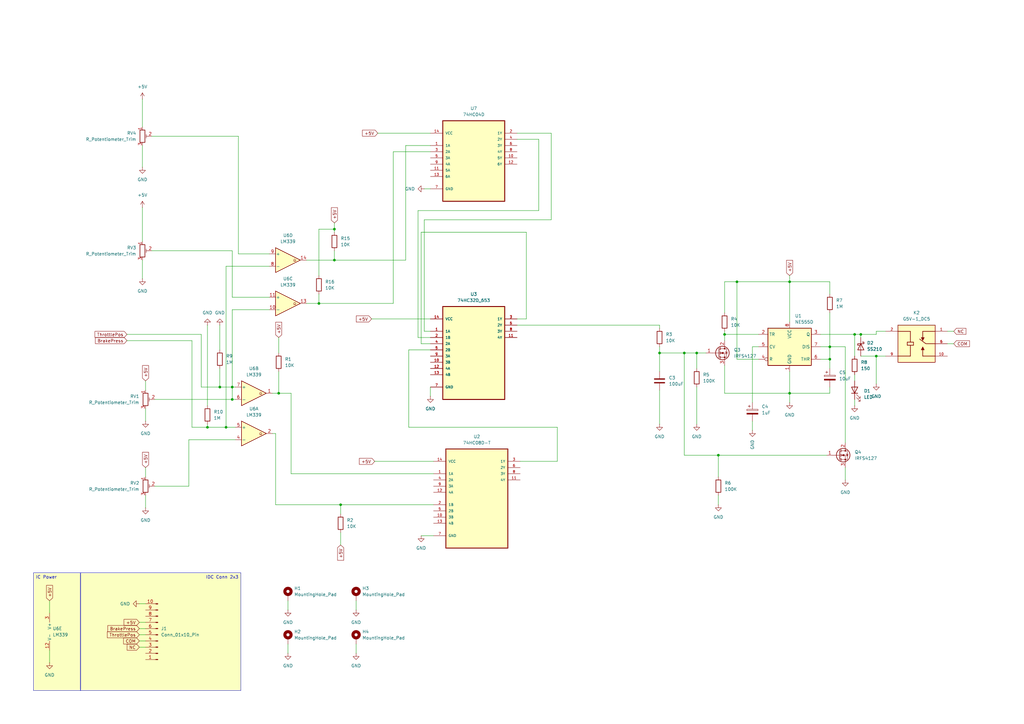
<source format=kicad_sch>
(kicad_sch (version 20231120) (generator "eeschema") (generator_version "8.0")
  (paper "A3")
  (title_block (title "BSPD Bimasakti Racing Team BM-13 Hybrid Evo") (date "2025-01-08") (company "Bimasakti Racing Team"))
  (lib_symbols
    (symbol "74HC04D:74HC04D" (pin_names (offset 1.016))
      (property "Reference" "U" (at -5.4472 15.2217 0))
      (property "Value" "74HC04D" (at -4.5244 -24.9604 0))
      (symbol "74HC04D_0_0"
        (rectangle (start -12.7 -20.32) (end 12.7 12.7) (stroke (width 0.4064)) (fill (type background)))
        (pin input line (at -17.78 2.54 0) (length 5.08) (name "1A") (number "1"))
        (pin output line (at 17.78 -2.54 180) (length 5.08) (name "5Y") (number "10"))
        (pin input line (at -17.78 -7.62 0) (length 5.08) (name "5A") (number "11"))
        (pin output line (at 17.78 -5.08 180) (length 5.08) (name "6Y") (number "12"))
        (pin input line (at -17.78 -10.16 0) (length 5.08) (name "6A") (number "13"))
        (pin power_in line (at -17.78 7.62 0) (length 5.08) (name "VCC") (number "14"))
        (pin output line (at 17.78 7.62 180) (length 5.08) (name "1Y") (number "2"))
        (pin input line (at -17.78 0 0) (length 5.08) (name "2A") (number "3"))
        (pin output line (at 17.78 5.08 180) (length 5.08) (name "2Y") (number "4"))
        (pin input line (at -17.78 -2.54 0) (length 5.08) (name "3A") (number "5"))
        (pin output line (at 17.78 2.54 180) (length 5.08) (name "3Y") (number "6"))
        (pin passive line (at -17.78 -15.24 0) (length 5.08) (name "GND") (number "7"))
        (pin output line (at 17.78 0 180) (length 5.08) (name "4Y") (number "8"))
        (pin input line (at -17.78 -5.08 0) (length 5.08) (name "4A") (number "9"))
      )
    )
    (symbol "74HC08D-T:74HC08D-T" (pin_names (offset 1.016))
      (property "Reference" "U" (at -5.364 20.5915 0))
      (property "Value" "74HC08D-T" (at -4.3726 -27.659 0))
      (symbol "74HC08D-T_0_0"
        (rectangle (start -12.7 -22.86) (end 12.7 17.78) (stroke (width 0.4064)) (fill (type background)))
        (pin input line (at -17.78 7.62 0) (length 5.08) (name "1A") (number "1"))
        (pin input line (at -17.78 -10.16 0) (length 5.08) (name "3B") (number "10"))
        (pin output line (at 17.78 5.08 180) (length 5.08) (name "4Y") (number "11"))
        (pin input line (at -17.78 0 0) (length 5.08) (name "4A") (number "12"))
        (pin input line (at -17.78 -12.7 0) (length 5.08) (name "4B") (number "13"))
        (pin power_in line (at -17.78 12.7 0) (length 5.08) (name "VCC") (number "14"))
        (pin input line (at -17.78 -5.08 0) (length 5.08) (name "1B") (number "2"))
        (pin output line (at 17.78 12.7 180) (length 5.08) (name "1Y") (number "3"))
        (pin input line (at -17.78 5.08 0) (length 5.08) (name "2A") (number "4"))
        (pin input line (at -17.78 -7.62 0) (length 5.08) (name "2B") (number "5"))
        (pin output line (at 17.78 10.16 180) (length 5.08) (name "2Y") (number "6"))
        (pin passive line (at -17.78 -17.78 0) (length 5.08) (name "GND") (number "7"))
        (pin output line (at 17.78 7.62 180) (length 5.08) (name "3Y") (number "8"))
        (pin input line (at -17.78 2.54 0) (length 5.08) (name "3A") (number "9"))
      )
    )
    (symbol "74HC32D_653:74HC32D_653" (pin_names (offset 1.016))
      (property "Reference" "U" (at -5.4643 17.7909 0))
      (property "Value" "74HC32D_653" (at -4.903 -27.0806 0))
      (symbol "74HC32D_653_0_0"
        (rectangle (start -12.7 -22.86) (end 12.7 15.24) (stroke (width 0.4064)) (fill (type background)))
        (pin input line (at -17.78 5.08 0) (length 5.08) (name "1A") (number "1"))
        (pin input line (at -17.78 -7.62 0) (length 5.08) (name "3B") (number "10"))
        (pin output line (at 17.78 2.54 180) (length 5.08) (name "4Y") (number "11"))
        (pin input line (at -17.78 -10.16 0) (length 5.08) (name "4A") (number "12"))
        (pin input line (at -17.78 -12.7 0) (length 5.08) (name "4B") (number "13"))
        (pin power_in line (at -17.78 10.16 0) (length 5.08) (name "VCC") (number "14"))
        (pin input line (at -17.78 2.54 0) (length 5.08) (name "1B") (number "2"))
        (pin output line (at 17.78 10.16 180) (length 5.08) (name "1Y") (number "3"))
        (pin input line (at -17.78 0 0) (length 5.08) (name "2A") (number "4"))
        (pin input line (at -17.78 -2.54 0) (length 5.08) (name "2B") (number "5"))
        (pin output line (at 17.78 7.62 180) (length 5.08) (name "2Y") (number "6"))
        (pin passive line (at -17.78 -17.78 0) (length 5.08) (name "GND") (number "7"))
        (pin output line (at 17.78 5.08 180) (length 5.08) (name "3Y") (number "8"))
        (pin input line (at -17.78 -5.08 0) (length 5.08) (name "3A") (number "9"))
      )
    )
    (symbol "Comparator:LM339" (pin_names (offset 0.127))
      (property "Reference" "U" (at 0 5.08 0))
      (property "Value" "LM339" (at 0 -5.08 0))
      (symbol "LM339_1_1"
        (polyline (pts (xy -5.08 5.08) (xy 5.08 0) (xy -5.08 -5.08) (xy -5.08 5.08)) (stroke (width 0.254)) (fill (type background)))
        (polyline (pts (xy 3.302 -0.508) (xy 2.794 -0.508) (xy 3.302 0) (xy 2.794 0.508) (xy 2.286 0) (xy 2.794 -0.508) (xy 2.286 -0.508)) (stroke (width 0.127)))
        (pin open_collector line (at 7.62 0 180) (length 2.54) (name "~") (number "2"))
        (pin input line (at -7.62 -2.54 0) (length 2.54) (name "-") (number "4"))
        (pin input line (at -7.62 2.54 0) (length 2.54) (name "+") (number "5"))
      )
      (symbol "LM339_2_1"
        (polyline (pts (xy -5.08 5.08) (xy 5.08 0) (xy -5.08 -5.08) (xy -5.08 5.08)) (stroke (width 0.254)) (fill (type background)))
        (polyline (pts (xy 3.302 -0.508) (xy 2.794 -0.508) (xy 3.302 0) (xy 2.794 0.508) (xy 2.286 0) (xy 2.794 -0.508) (xy 2.286 -0.508)) (stroke (width 0.127)))
        (pin open_collector line (at 7.62 0 180) (length 2.54) (name "~") (number "1"))
        (pin input line (at -7.62 -2.54 0) (length 2.54) (name "-") (number "6"))
        (pin input line (at -7.62 2.54 0) (length 2.54) (name "+") (number "7"))
      )
      (symbol "LM339_3_1"
        (polyline (pts (xy -5.08 5.08) (xy 5.08 0) (xy -5.08 -5.08) (xy -5.08 5.08)) (stroke (width 0.254)) (fill (type background)))
        (polyline (pts (xy 3.302 -0.508) (xy 2.794 -0.508) (xy 3.302 0) (xy 2.794 0.508) (xy 2.286 0) (xy 2.794 -0.508) (xy 2.286 -0.508)) (stroke (width 0.127)))
        (pin input line (at -7.62 -2.54 0) (length 2.54) (name "-") (number "10"))
        (pin input line (at -7.62 2.54 0) (length 2.54) (name "+") (number "11"))
        (pin open_collector line (at 7.62 0 180) (length 2.54) (name "~") (number "13"))
      )
      (symbol "LM339_4_1"
        (polyline (pts (xy -5.08 5.08) (xy 5.08 0) (xy -5.08 -5.08) (xy -5.08 5.08)) (stroke (width 0.254)) (fill (type background)))
        (polyline (pts (xy 3.302 -0.508) (xy 2.794 -0.508) (xy 3.302 0) (xy 2.794 0.508) (xy 2.286 0) (xy 2.794 -0.508) (xy 2.286 -0.508)) (stroke (width 0.127)))
        (pin open_collector line (at 7.62 0 180) (length 2.54) (name "~") (number "14"))
        (pin input line (at -7.62 -2.54 0) (length 2.54) (name "-") (number "8"))
        (pin input line (at -7.62 2.54 0) (length 2.54) (name "+") (number "9"))
      )
      (symbol "LM339_5_1"
        (pin power_in line (at -2.54 -7.62 90) (length 3.81) (name "V-") (number "12"))
        (pin power_in line (at -2.54 7.62 270) (length 3.81) (name "V+") (number "3"))
      )
    )
    (symbol "Connector:Conn_01x10_Pin" (pin_names (offset 1.016) hide)
      (property "Reference" "J" (at 0 12.7 0))
      (property "Value" "Conn_01x10_Pin" (at 0 -15.24 0))
      (symbol "Conn_01x10_Pin_1_1"
        (polyline (pts (xy 1.27 -12.7) (xy 0.8636 -12.7)) (stroke (width 0.1524)))
        (polyline (pts (xy 1.27 -10.16) (xy 0.8636 -10.16)) (stroke (width 0.1524)))
        (polyline (pts (xy 1.27 -7.62) (xy 0.8636 -7.62)) (stroke (width 0.1524)))
        (polyline (pts (xy 1.27 -5.08) (xy 0.8636 -5.08)) (stroke (width 0.1524)))
        (polyline (pts (xy 1.27 -2.54) (xy 0.8636 -2.54)) (stroke (width 0.1524)))
        (polyline (pts (xy 1.27 0) (xy 0.8636 0)) (stroke (width 0.1524)))
        (polyline (pts (xy 1.27 2.54) (xy 0.8636 2.54)) (stroke (width 0.1524)))
        (polyline (pts (xy 1.27 5.08) (xy 0.8636 5.08)) (stroke (width 0.1524)))
        (polyline (pts (xy 1.27 7.62) (xy 0.8636 7.62)) (stroke (width 0.1524)))
        (polyline (pts (xy 1.27 10.16) (xy 0.8636 10.16)) (stroke (width 0.1524)))
        (rectangle (start 0.8636 -12.573) (end 0 -12.827) (stroke (width 0.1524)) (fill (type outline)))
        (rectangle (start 0.8636 -10.033) (end 0 -10.287) (stroke (width 0.1524)) (fill (type outline)))
        (rectangle (start 0.8636 -7.493) (end 0 -7.747) (stroke (width 0.1524)) (fill (type outline)))
        (rectangle (start 0.8636 -4.953) (end 0 -5.207) (stroke (width 0.1524)) (fill (type outline)))
        (rectangle (start 0.8636 -2.413) (end 0 -2.667) (stroke (width 0.1524)) (fill (type outline)))
        (rectangle (start 0.8636 0.127) (end 0 -0.127) (stroke (width 0.1524)) (fill (type outline)))
        (rectangle (start 0.8636 2.667) (end 0 2.413) (stroke (width 0.1524)) (fill (type outline)))
        (rectangle (start 0.8636 5.207) (end 0 4.953) (stroke (width 0.1524)) (fill (type outline)))
        (rectangle (start 0.8636 7.747) (end 0 7.493) (stroke (width 0.1524)) (fill (type outline)))
        (rectangle (start 0.8636 10.287) (end 0 10.033) (stroke (width 0.1524)) (fill (type outline)))
        (pin passive line (at 5.08 10.16 180) (length 3.81) (name "Pin_1") (number "1"))
        (pin passive line (at 5.08 -12.7 180) (length 3.81) (name "Pin_10") (number "10"))
        (pin passive line (at 5.08 7.62 180) (length 3.81) (name "Pin_2") (number "2"))
        (pin passive line (at 5.08 5.08 180) (length 3.81) (name "Pin_3") (number "3"))
        (pin passive line (at 5.08 2.54 180) (length 3.81) (name "Pin_4") (number "4"))
        (pin passive line (at 5.08 0 180) (length 3.81) (name "Pin_5") (number "5"))
        (pin passive line (at 5.08 -2.54 180) (length 3.81) (name "Pin_6") (number "6"))
        (pin passive line (at 5.08 -5.08 180) (length 3.81) (name "Pin_7") (number "7"))
        (pin passive line (at 5.08 -7.62 180) (length 3.81) (name "Pin_8") (number "8"))
        (pin passive line (at 5.08 -10.16 180) (length 3.81) (name "Pin_9") (number "9"))
      )
    )
    (symbol "Device:C" (pin_numbers hide) (pin_names (offset 0.254))
      (property "Reference" "C" (at 0.635 2.54 0))
      (property "Value" "C" (at 0.635 -2.54 0))
      (symbol "C_0_1"
        (polyline (pts (xy -2.032 -0.762) (xy 2.032 -0.762)) (stroke (width 0.508)))
        (polyline (pts (xy -2.032 0.762) (xy 2.032 0.762)) (stroke (width 0.508)))
      )
      (symbol "C_1_1"
        (pin passive line (at 0 3.81 270) (length 2.794) (name "~") (number "1"))
        (pin passive line (at 0 -3.81 90) (length 2.794) (name "~") (number "2"))
      )
    )
    (symbol "Device:C_Polarized" (pin_numbers hide) (pin_names (offset 0.254))
      (property "Reference" "C" (at 0.635 2.54 0))
      (property "Value" "C_Polarized" (at 0.635 -2.54 0))
      (symbol "C_Polarized_0_1"
        (rectangle (start -2.286 0.508) (end 2.286 1.016))
        (polyline (pts (xy -1.778 2.286) (xy -0.762 2.286)))
        (polyline (pts (xy -1.27 2.794) (xy -1.27 1.778)))
        (rectangle (start 2.286 -0.508) (end -2.286 -1.016) (fill (type outline)))
      )
      (symbol "C_Polarized_1_1"
        (pin passive line (at 0 3.81 270) (length 2.794) (name "~") (number "1"))
        (pin passive line (at 0 -3.81 90) (length 2.794) (name "~") (number "2"))
      )
    )
    (symbol "Device:LED" (pin_numbers hide) (pin_names (offset 1.016) hide)
      (property "Reference" "D" (at 0 2.54 0))
      (property "Value" "LED" (at 0 -2.54 0))
      (symbol "LED_0_1"
        (polyline (pts (xy -1.27 -1.27) (xy -1.27 1.27)) (stroke (width 0.254)))
        (polyline (pts (xy -1.27 0) (xy 1.27 0)))
        (polyline (pts (xy 1.27 -1.27) (xy 1.27 1.27) (xy -1.27 0) (xy 1.27 -1.27)) (stroke (width 0.254)))
        (polyline (pts (xy -3.048 -0.762) (xy -4.572 -2.286) (xy -3.81 -2.286) (xy -4.572 -2.286) (xy -4.572 -1.524)))
        (polyline (pts (xy -1.778 -0.762) (xy -3.302 -2.286) (xy -2.54 -2.286) (xy -3.302 -2.286) (xy -3.302 -1.524)))
      )
      (symbol "LED_1_1"
        (pin passive line (at -3.81 0 0) (length 2.54) (name "K") (number "1"))
        (pin passive line (at 3.81 0 180) (length 2.54) (name "A") (number "2"))
      )
    )
    (symbol "Device:R" (pin_numbers hide) (pin_names (offset 0))
      (property "Reference" "R" (at 2.032 0 90))
      (property "Value" "R" (at 0 0 90))
      (symbol "R_0_1"
        (rectangle (start -1.016 -2.54) (end 1.016 2.54) (stroke (width 0.254)))
      )
      (symbol "R_1_1"
        (pin passive line (at 0 3.81 270) (length 1.27) (name "~") (number "1"))
        (pin passive line (at 0 -3.81 90) (length 1.27) (name "~") (number "2"))
      )
    )
    (symbol "Device:R_Potentiometer_Trim" (pin_names (offset 1.016) hide)
      (property "Reference" "RV" (at -4.445 0 90))
      (property "Value" "R_Potentiometer_Trim" (at -2.54 0 90))
      (symbol "R_Potentiometer_Trim_0_1"
        (polyline (pts (xy 1.524 0.762) (xy 1.524 -0.762)))
        (polyline (pts (xy 2.54 0) (xy 1.524 0)))
        (rectangle (start 1.016 2.54) (end -1.016 -2.54) (stroke (width 0.254)))
      )
      (symbol "R_Potentiometer_Trim_1_1"
        (pin passive line (at 0 3.81 270) (length 1.27) (name "1") (number "1"))
        (pin passive line (at 3.81 0 180) (length 1.27) (name "2") (number "2"))
        (pin passive line (at 0 -3.81 90) (length 1.27) (name "3") (number "3"))
      )
    )
    (symbol "Diode:SS210" (pin_numbers hide) (pin_names (offset 1.016) hide)
      (property "Reference" "D" (at 0 2.54 0))
      (property "Value" "SS210" (at 0 -2.54 0))
      (symbol "SS210_0_1"
        (polyline (pts (xy 1.27 0) (xy -1.27 0)))
        (polyline (pts (xy 1.27 1.27) (xy 1.27 -1.27) (xy -1.27 0) (xy 1.27 1.27)) (stroke (width 0.254)))
        (polyline (pts (xy -1.905 0.635) (xy -1.905 1.27) (xy -1.27 1.27) (xy -1.27 -1.27) (xy -0.635 -1.27) (xy -0.635 -0.635)) (stroke (width 0.254)))
      )
      (symbol "SS210_1_1"
        (pin passive line (at -3.81 0 0) (length 2.54) (name "K") (number "1"))
        (pin passive line (at 3.81 0 180) (length 2.54) (name "A") (number "2"))
      )
    )
    (symbol "G5V-1_DC5:G5V-1_DC5" (pin_names (offset 1.016))
      (property "Reference" "K" (at -7.62 8.382 0))
      (property "Value" "G5V-1_DC5" (at -7.62 -10.16 0))
      (symbol "G5V-1_DC5_0_0"
        (rectangle (start -7.62 -7.62) (end 7.62 7.62) (stroke (width 0.254)) (fill (type background)))
        (polyline (pts (xy -7.62 -5.08) (xy -2.54 -5.08)) (stroke (width 0.254)))
        (polyline (pts (xy -7.62 5.08) (xy -2.54 5.08)) (stroke (width 0.254)))
        (polyline (pts (xy -3.81 -0.635) (xy -3.81 0.635)) (stroke (width 0.254)))
        (polyline (pts (xy -3.81 0.635) (xy -2.54 0.635)) (stroke (width 0.254)))
        (polyline (pts (xy -2.54 -0.635) (xy -3.81 -0.635)) (stroke (width 0.254)))
        (polyline (pts (xy -2.54 -0.635) (xy -2.54 -5.08)) (stroke (width 0.254)))
        (polyline (pts (xy -2.54 0.635) (xy -1.27 0.635)) (stroke (width 0.254)))
        (polyline (pts (xy -2.54 5.08) (xy -2.54 0.635)) (stroke (width 0.254)))
        (polyline (pts (xy -1.27 -0.635) (xy -2.54 -0.635)) (stroke (width 0.254)))
        (polyline (pts (xy -1.27 0.635) (xy -1.27 -0.635)) (stroke (width 0.254)))
        (polyline (pts (xy 2.54 -5.08) (xy 2.54 -2.54)) (stroke (width 0.254)))
        (polyline (pts (xy 2.54 5.08) (xy 2.54 2.54)) (stroke (width 0.254)))
        (polyline (pts (xy 2.54 5.08) (xy 7.62 5.08)) (stroke (width 0.254)))
        (polyline (pts (xy 3.81 0) (xy 1.27 1.905)) (stroke (width 0.254)))
        (polyline (pts (xy 7.62 -5.08) (xy 2.54 -5.08)) (stroke (width 0.254)))
        (polyline (pts (xy 7.62 0) (xy 3.81 0)) (stroke (width 0.254)))
        (polyline (pts (xy 1.905 -2.54) (xy 3.175 -2.54) (xy 2.54 -1.27) (xy 1.905 -2.54)) (stroke (width 0.1524)) (fill (type outline)))
        (polyline (pts (xy 3.175 2.54) (xy 1.905 2.54) (xy 2.54 1.27) (xy 3.175 2.54)) (stroke (width 0.1524)) (fill (type outline)))
        (pin passive line (at 12.7 5.08 180) (length 5.08) (name "~") (number "1"))
        (pin passive line (at 12.7 -5.08 180) (length 5.08) (name "~") (number "10"))
        (pin passive line (at -12.7 5.08 0) (length 5.08) (name "~") (number "2"))
        (pin passive line (at 12.7 0 180) (length 5.08) (name "~") (number "5"))
        (pin passive line (at 12.7 0 180) (length 5.08) (name "~") (number "6"))
        (pin passive line (at -12.7 -5.08 0) (length 5.08) (name "~") (number "9"))
      )
    )
    (symbol "Mechanical:MountingHole_Pad" (pin_numbers hide) (pin_names (offset 1.016) hide) (exclude_from_sim yes) (in_bom no)
      (property "Reference" "H" (at 0 6.35 0))
      (property "Value" "MountingHole_Pad" (at 0 4.445 0))
      (symbol "MountingHole_Pad_0_1"
        (circle (center 0 1.27) (radius 1.27) (stroke (width 1.27)))
      )
      (symbol "MountingHole_Pad_1_1"
        (pin input line (at 0 -2.54 90) (length 2.54) (name "1") (number "1"))
      )
    )
    (symbol "Timer:NE555D"
      (property "Reference" "U" (at -10.16 8.89 0))
      (property "Value" "NE555D" (at 2.54 8.89 0))
      (symbol "NE555D_0_0"
        (pin power_in line (at 0 -10.16 90) (length 2.54) (name "GND") (number "1"))
        (pin power_in line (at 0 10.16 270) (length 2.54) (name "VCC") (number "8"))
      )
      (symbol "NE555D_0_1"
        (rectangle (start -8.89 -7.62) (end 8.89 7.62) (stroke (width 0.254)) (fill (type background)))
        (rectangle (start -8.89 -7.62) (end 8.89 7.62) (stroke (width 0.254)) (fill (type background)))
      )
      (symbol "NE555D_1_1"
        (pin input line (at -12.7 5.08 0) (length 3.81) (name "TR") (number "2"))
        (pin output line (at 12.7 5.08 180) (length 3.81) (name "Q") (number "3"))
        (pin input inverted (at -12.7 -5.08 0) (length 3.81) (name "R") (number "4"))
        (pin input line (at -12.7 0 0) (length 3.81) (name "CV") (number "5"))
        (pin input line (at 12.7 -5.08 180) (length 3.81) (name "THR") (number "6"))
        (pin input line (at 12.7 0 180) (length 3.81) (name "DIS") (number "7"))
      )
    )
    (symbol "Transistor_FET:IRFS4127" (pin_names hide)
      (property "Reference" "Q" (at 5.08 1.905 0))
      (property "Value" "IRFS4127" (at 5.08 0 0))
      (symbol "IRFS4127_0_1"
        (polyline (pts (xy 0.254 0) (xy -2.54 0)))
        (polyline (pts (xy 0.254 1.905) (xy 0.254 -1.905)) (stroke (width 0.254)))
        (polyline (pts (xy 0.762 -1.27) (xy 0.762 -2.286)) (stroke (width 0.254)))
        (polyline (pts (xy 0.762 0.508) (xy 0.762 -0.508)) (stroke (width 0.254)))
        (polyline (pts (xy 0.762 2.286) (xy 0.762 1.27)) (stroke (width 0.254)))
        (polyline (pts (xy 2.54 2.54) (xy 2.54 1.778)))
        (polyline (pts (xy 2.54 -2.54) (xy 2.54 0) (xy 0.762 0)))
        (polyline (pts (xy 0.762 -1.778) (xy 3.302 -1.778) (xy 3.302 1.778) (xy 0.762 1.778)))
        (polyline (pts (xy 1.016 0) (xy 2.032 0.381) (xy 2.032 -0.381) (xy 1.016 0)) (fill (type outline)))
        (polyline (pts (xy 2.794 0.508) (xy 2.921 0.381) (xy 3.683 0.381) (xy 3.81 0.254)))
        (polyline (pts (xy 3.302 0.381) (xy 2.921 -0.254) (xy 3.683 -0.254) (xy 3.302 0.381)))
        (circle (center 1.651 0) (radius 2.794) (stroke (width 0.254)))
        (circle (center 2.54 -1.778) (radius 0.254) (fill (type outline)))
        (circle (center 2.54 1.778) (radius 0.254) (fill (type outline)))
      )
      (symbol "IRFS4127_1_1"
        (pin passive line (at -5.08 0 0) (length 2.54) (name "G") (number "1"))
        (pin passive line (at 2.54 5.08 270) (length 2.54) (name "D") (number "2"))
        (pin passive line (at 2.54 -5.08 90) (length 2.54) (name "S") (number "3"))
      )
    )
    (symbol "power:+5V" (power) (pin_numbers hide) (pin_names (offset 0) hide)
      (property "Value" "+5V" (at 0 3.556 0))
      (symbol "+5V_0_1"
        (polyline (pts (xy -0.762 1.27) (xy 0 2.54)))
        (polyline (pts (xy 0 0) (xy 0 2.54)))
        (polyline (pts (xy 0 2.54) (xy 0.762 1.27)))
      )
      (symbol "+5V_1_1"
        (pin power_in line (at 0 0 90) (length 0) (name "~") (number "1"))
      )
    )
    (symbol "power:GND" (power) (pin_numbers hide) (pin_names (offset 0) hide)
      (property "Value" "GND" (at 0 -3.81 0))
      (symbol "GND_0_1"
        (polyline (pts (xy 0 0) (xy 0 -1.27) (xy 1.27 -1.27) (xy 0 -2.54) (xy -1.27 -1.27) (xy 0 -1.27)))
      )
      (symbol "GND_1_1"
        (pin power_in line (at 0 0 270) (length 0) (name "~") (number "1"))
      )
    )
  )
  (junction (at 95.25 163.83))
  (junction (at 323.85 115.57))
  (junction (at 359.41 146.05))
  (junction (at 137.16 93.98))
  (junction (at 95.25 158.75))
  (junction (at 85.09 175.26))
  (junction (at 139.7 207.01))
  (junction (at 297.18 137.16))
  (junction (at 280.67 144.78))
  (junction (at 137.16 106.68))
  (junction (at 285.75 144.78))
  (junction (at 340.36 142.24))
  (junction (at 340.36 147.32))
  (junction (at 323.85 161.29))
  (junction (at 114.3 161.29))
  (junction (at 90.17 158.75))
  (junction (at 294.64 186.69))
  (junction (at 130.81 124.46))
  (junction (at 92.71 175.26))
  (junction (at 353.06 137.16))
  (junction (at 270.51 144.78))
  (junction (at 350.52 137.16))
  (junction (at 302.26 115.57))
  (wire (pts (xy 57.15 265.43) (xy 59.69 265.43)))
  (wire (pts (xy 58.42 85.09) (xy 58.42 99.06)))
  (wire (pts (xy 270.51 160.02) (xy 270.51 173.99)))
  (wire (pts (xy 280.67 144.78) (xy 280.67 186.69)))
  (wire (pts (xy 95.25 163.83) (xy 96.52 163.83)))
  (wire (pts (xy 294.64 195.58) (xy 294.64 186.69)))
  (wire (pts (xy 130.81 124.46) (xy 161.29 124.46)))
  (wire (pts (xy 285.75 144.78) (xy 289.56 144.78)))
  (wire (pts (xy 297.18 115.57) (xy 302.26 115.57)))
  (wire (pts (xy 212.09 130.81) (xy 215.9 130.81)))
  (wire (pts (xy 228.6 175.26) (xy 167.64 175.26)))
  (wire (pts (xy 139.7 207.01) (xy 177.8 207.01)))
  (wire (pts (xy 311.15 142.24) (xy 308.61 142.24)))
  (wire (pts (xy 85.09 133.35) (xy 85.09 166.37)))
  (wire (pts (xy 58.42 106.68) (xy 58.42 114.3)))
  (wire (pts (xy 346.71 191.77) (xy 346.71 196.85)))
  (wire (pts (xy 146.05 246.38) (xy 146.05 250.19)))
  (wire (pts (xy 58.42 40.64) (xy 58.42 52.07)))
  (wire (pts (xy 119.38 194.31) (xy 177.8 194.31)))
  (wire (pts (xy 215.9 130.81) (xy 215.9 95.25)))
  (wire (pts (xy 336.55 137.16) (xy 350.52 137.16)))
  (wire (pts (xy 59.69 156.21) (xy 59.69 160.02)))
  (wire (pts (xy 166.37 59.69) (xy 166.37 106.68)))
  (wire (pts (xy 294.64 186.69) (xy 339.09 186.69)))
  (wire (pts (xy 308.61 176.53) (xy 308.61 172.72)))
  (wire (pts (xy 95.25 127) (xy 95.25 158.75)))
  (wire (pts (xy 130.81 120.65) (xy 130.81 124.46)))
  (wire (pts (xy 57.15 262.89) (xy 59.69 262.89)))
  (wire (pts (xy 95.25 158.75) (xy 96.52 158.75)))
  (wire (pts (xy 177.8 219.71) (xy 172.72 219.71)))
  (wire (pts (xy 146.05 264.16) (xy 146.05 267.97)))
  (wire (pts (xy 153.67 189.23) (xy 177.8 189.23)))
  (wire (pts (xy 82.55 137.16) (xy 82.55 158.75)))
  (wire (pts (xy 77.47 180.34) (xy 96.52 180.34)))
  (wire (pts (xy 302.26 115.57) (xy 323.85 115.57)))
  (wire (pts (xy 57.15 255.27) (xy 59.69 255.27)))
  (wire (pts (xy 161.29 62.23) (xy 161.29 124.46)))
  (wire (pts (xy 85.09 175.26) (xy 92.71 175.26)))
  (wire (pts (xy 62.23 102.87) (xy 95.25 102.87)))
  (wire (pts (xy 85.09 173.99) (xy 85.09 175.26)))
  (wire (pts (xy 90.17 151.13) (xy 90.17 158.75)))
  (wire (pts (xy 137.16 93.98) (xy 130.81 93.98)))
  (wire (pts (xy 118.11 264.16) (xy 118.11 267.97)))
  (wire (pts (xy 172.72 95.25) (xy 172.72 140.97)))
  (wire (pts (xy 171.45 86.36) (xy 220.98 86.36)))
  (wire (pts (xy 308.61 142.24) (xy 308.61 165.1)))
  (wire (pts (xy 59.69 167.64) (xy 59.69 172.72)))
  (wire (pts (xy 172.72 140.97) (xy 176.53 140.97)))
  (wire (pts (xy 57.15 247.65) (xy 59.69 247.65)))
  (wire (pts (xy 78.74 175.26) (xy 85.09 175.26)))
  (wire (pts (xy 113.03 207.01) (xy 113.03 177.8)))
  (wire (pts (xy 111.76 161.29) (xy 114.3 161.29)))
  (wire (pts (xy 285.75 158.75) (xy 285.75 173.99)))
  (wire (pts (xy 340.36 147.32) (xy 340.36 151.13)))
  (wire (pts (xy 336.55 142.24) (xy 340.36 142.24)))
  (wire (pts (xy 152.4 130.81) (xy 176.53 130.81)))
  (wire (pts (xy 63.5 163.83) (xy 95.25 163.83)))
  (wire (pts (xy 118.11 246.38) (xy 118.11 250.19)))
  (wire (pts (xy 92.71 175.26) (xy 96.52 175.26)))
  (wire (pts (xy 95.25 121.92) (xy 110.49 121.92)))
  (wire (pts (xy 340.36 142.24) (xy 346.71 142.24)))
  (wire (pts (xy 111.76 177.8) (xy 113.03 177.8)))
  (wire (pts (xy 359.41 137.16) (xy 359.41 135.89)))
  (wire (pts (xy 52.07 139.7) (xy 78.74 139.7)))
  (wire (pts (xy 294.64 203.2) (xy 294.64 207.01)))
  (wire (pts (xy 280.67 144.78) (xy 285.75 144.78)))
  (wire (pts (xy 137.16 91.44) (xy 137.16 93.98)))
  (wire (pts (xy 297.18 149.86) (xy 297.18 161.29)))
  (wire (pts (xy 59.69 191.77) (xy 59.69 195.58)))
  (wire (pts (xy 213.36 189.23) (xy 228.6 189.23)))
  (wire (pts (xy 340.36 120.65) (xy 340.36 115.57)))
  (wire (pts (xy 297.18 137.16) (xy 297.18 139.7)))
  (wire (pts (xy 139.7 218.44) (xy 139.7 223.52)))
  (wire (pts (xy 161.29 62.23) (xy 176.53 62.23)))
  (wire (pts (xy 119.38 194.31) (xy 119.38 161.29)))
  (wire (pts (xy 154.94 54.61) (xy 176.53 54.61)))
  (wire (pts (xy 176.53 158.75) (xy 176.53 162.56)))
  (wire (pts (xy 173.99 77.47) (xy 176.53 77.47)))
  (wire (pts (xy 20.32 266.7) (xy 20.32 271.78)))
  (wire (pts (xy 323.85 161.29) (xy 323.85 165.1)))
  (wire (pts (xy 297.18 137.16) (xy 311.15 137.16)))
  (wire (pts (xy 297.18 161.29) (xy 323.85 161.29)))
  (wire (pts (xy 97.79 55.88) (xy 97.79 104.14)))
  (wire (pts (xy 114.3 152.4) (xy 114.3 161.29)))
  (wire (pts (xy 220.98 57.15) (xy 212.09 57.15)))
  (wire (pts (xy 353.06 137.16) (xy 353.06 138.43)))
  (wire (pts (xy 171.45 138.43) (xy 171.45 86.36)))
  (wire (pts (xy 323.85 152.4) (xy 323.85 161.29)))
  (wire (pts (xy 359.41 146.05) (xy 359.41 157.48)))
  (wire (pts (xy 167.64 175.26) (xy 167.64 143.51)))
  (wire (pts (xy 176.53 138.43) (xy 171.45 138.43)))
  (wire (pts (xy 270.51 133.35) (xy 270.51 134.62)))
  (wire (pts (xy 90.17 158.75) (xy 95.25 158.75)))
  (wire (pts (xy 226.06 54.61) (xy 226.06 90.17)))
  (wire (pts (xy 114.3 138.43) (xy 114.3 144.78)))
  (wire (pts (xy 90.17 133.35) (xy 90.17 143.51)))
  (wire (pts (xy 323.85 113.03) (xy 323.85 115.57)))
  (wire (pts (xy 346.71 142.24) (xy 346.71 181.61)))
  (wire (pts (xy 114.3 161.29) (xy 119.38 161.29)))
  (wire (pts (xy 167.64 143.51) (xy 176.53 143.51)))
  (wire (pts (xy 95.25 127) (xy 110.49 127)))
  (wire (pts (xy 388.62 140.97) (xy 391.16 140.97)))
  (wire (pts (xy 353.06 137.16) (xy 359.41 137.16)))
  (wire (pts (xy 173.99 135.89) (xy 176.53 135.89)))
  (wire (pts (xy 350.52 137.16) (xy 353.06 137.16)))
  (wire (pts (xy 137.16 102.87) (xy 137.16 106.68)))
  (wire (pts (xy 139.7 210.82) (xy 139.7 207.01)))
  (wire (pts (xy 311.15 147.32) (xy 302.26 147.32)))
  (wire (pts (xy 125.73 124.46) (xy 130.81 124.46)))
  (wire (pts (xy 285.75 144.78) (xy 285.75 151.13)))
  (wire (pts (xy 97.79 104.14) (xy 110.49 104.14)))
  (wire (pts (xy 92.71 109.22) (xy 110.49 109.22)))
  (wire (pts (xy 359.41 135.89) (xy 363.22 135.89)))
  (wire (pts (xy 226.06 90.17) (xy 173.99 90.17)))
  (wire (pts (xy 212.09 133.35) (xy 270.51 133.35)))
  (wire (pts (xy 359.41 146.05) (xy 363.22 146.05)))
  (wire (pts (xy 95.25 102.87) (xy 95.25 121.92)))
  (wire (pts (xy 52.07 137.16) (xy 82.55 137.16)))
  (wire (pts (xy 220.98 86.36) (xy 220.98 57.15)))
  (wire (pts (xy 82.55 158.75) (xy 90.17 158.75)))
  (wire (pts (xy 57.15 257.81) (xy 59.69 257.81)))
  (wire (pts (xy 166.37 59.69) (xy 176.53 59.69)))
  (wire (pts (xy 340.36 115.57) (xy 323.85 115.57)))
  (wire (pts (xy 78.74 139.7) (xy 78.74 175.26)))
  (wire (pts (xy 350.52 163.83) (xy 350.52 166.37)))
  (wire (pts (xy 215.9 95.25) (xy 172.72 95.25)))
  (wire (pts (xy 137.16 93.98) (xy 137.16 95.25)))
  (wire (pts (xy 92.71 175.26) (xy 92.71 109.22)))
  (wire (pts (xy 125.73 106.68) (xy 137.16 106.68)))
  (wire (pts (xy 270.51 144.78) (xy 270.51 152.4)))
  (wire (pts (xy 20.32 246.38) (xy 20.32 251.46)))
  (wire (pts (xy 323.85 115.57) (xy 323.85 132.08)))
  (wire (pts (xy 340.36 161.29) (xy 323.85 161.29)))
  (wire (pts (xy 297.18 128.27) (xy 297.18 115.57)))
  (wire (pts (xy 63.5 199.39) (xy 77.47 199.39)))
  (wire (pts (xy 137.16 106.68) (xy 166.37 106.68)))
  (wire (pts (xy 297.18 135.89) (xy 297.18 137.16)))
  (wire (pts (xy 270.51 144.78) (xy 280.67 144.78)))
  (wire (pts (xy 57.15 260.35) (xy 59.69 260.35)))
  (wire (pts (xy 388.62 135.89) (xy 391.16 135.89)))
  (wire (pts (xy 62.23 55.88) (xy 97.79 55.88)))
  (wire (pts (xy 280.67 186.69) (xy 294.64 186.69)))
  (wire (pts (xy 95.25 158.75) (xy 95.25 163.83)))
  (wire (pts (xy 350.52 153.67) (xy 350.52 156.21)))
  (wire (pts (xy 59.69 203.2) (xy 59.69 208.28)))
  (wire (pts (xy 340.36 147.32) (xy 336.55 147.32)))
  (wire (pts (xy 212.09 54.61) (xy 226.06 54.61)))
  (wire (pts (xy 130.81 93.98) (xy 130.81 113.03)))
  (wire (pts (xy 228.6 189.23) (xy 228.6 175.26)))
  (wire (pts (xy 58.42 59.69) (xy 58.42 68.58)))
  (wire (pts (xy 173.99 90.17) (xy 173.99 135.89)))
  (wire (pts (xy 113.03 207.01) (xy 139.7 207.01)))
  (wire (pts (xy 340.36 158.75) (xy 340.36 161.29)))
  (wire (pts (xy 270.51 142.24) (xy 270.51 144.78)))
  (wire (pts (xy 302.26 147.32) (xy 302.26 115.57)))
  (wire (pts (xy 77.47 199.39) (xy 77.47 180.34)))
  (wire (pts (xy 340.36 142.24) (xy 340.36 147.32)))
  (wire (pts (xy 350.52 137.16) (xy 350.52 146.05)))
  (wire (pts (xy 353.06 146.05) (xy 359.41 146.05)))
  (wire (pts (xy 340.36 128.27) (xy 340.36 142.24)))
  (text_box "IDC Conn 2x3" (at 33.02 234.95 0) (size 65.786 48.26) (fill (type color) (color 251 255 193 1)) (effects (font (size 1.27 1.27)) (justify right top)))
  (text_box "IC Power\n" (at 13.716 234.95 0) (size 19.304 48.26) (fill (type color) (color 251 255 193 1)) (effects (font (size 1.27 1.27)) (justify left top)))
  (global_label "COM" (shape input) (at 391.16 140.97 0) (property "Intersheetrefs" "${INTERSHEET_REFS}" (effects (hide yes))))
  (global_label "ThrottlePos" (shape input) (at 52.07 137.16 180) (property "Intersheetrefs" "${INTERSHEET_REFS}" (effects (hide yes))))
  (global_label "+5V" (shape input) (at 323.85 113.03 90) (property "Intersheetrefs" "${INTERSHEET_REFS}" (effects (hide yes))))
  (global_label "ThrottlePos" (shape input) (at 57.15 260.35 180) (property "Intersheetrefs" "${INTERSHEET_REFS}" (effects (hide yes))))
  (global_label "+5V" (shape input) (at 137.16 91.44 90) (property "Intersheetrefs" "${INTERSHEET_REFS}" (effects (hide yes))))
  (global_label "+5V" (shape input) (at 20.32 246.38 90) (property "Intersheetrefs" "${INTERSHEET_REFS}" (effects (hide yes))))
  (global_label "NC" (shape input) (at 391.16 135.89 0) (property "Intersheetrefs" "${INTERSHEET_REFS}" (effects (hide yes))))
  (global_label "+5V" (shape input) (at 153.67 189.23 180) (property "Intersheetrefs" "${INTERSHEET_REFS}" (effects (hide yes))))
  (global_label "+5V" (shape input) (at 59.69 191.77 90) (property "Intersheetrefs" "${INTERSHEET_REFS}" (effects (hide yes))))
  (global_label "+5V" (shape input) (at 59.69 156.21 90) (property "Intersheetrefs" "${INTERSHEET_REFS}" (effects (hide yes))))
  (global_label "+5V" (shape input) (at 152.4 130.81 180) (property "Intersheetrefs" "${INTERSHEET_REFS}" (effects (hide yes))))
  (global_label "BrakePress" (shape input) (at 57.15 257.81 180) (property "Intersheetrefs" "${INTERSHEET_REFS}" (effects (hide yes))))
  (global_label "+5V" (shape input) (at 154.94 54.61 180) (property "Intersheetrefs" "${INTERSHEET_REFS}" (effects (hide yes))))
  (global_label "+5V" (shape input) (at 114.3 138.43 90) (property "Intersheetrefs" "${INTERSHEET_REFS}" (effects (hide yes))))
  (global_label "COM" (shape input) (at 57.15 262.89 180) (property "Intersheetrefs" "${INTERSHEET_REFS}" (effects (hide yes))))
  (global_label "BrakePress" (shape input) (at 52.07 139.7 180) (property "Intersheetrefs" "${INTERSHEET_REFS}" (effects (hide yes))))
  (global_label "NC" (shape input) (at 57.15 265.43 180) (property "Intersheetrefs" "${INTERSHEET_REFS}" (effects (hide yes))))
  (global_label "+5V" (shape input) (at 57.15 255.27 180) (property "Intersheetrefs" "${INTERSHEET_REFS}" (effects (hide yes))))
  (global_label "+5V" (shape input) (at 139.7 223.52 270) (property "Intersheetrefs" "${INTERSHEET_REFS}" (effects (hide yes))))
  (symbol (lib_id "Device:R") (at 294.64 199.39 180) (unit 1)
    (property "Reference" "R6" (at 297.18 198.1199 0) (effects (justify right)))
    (property "Value" "100K" (at 297.18 200.6599 0) (effects (justify right)))
    (property "Footprint" "Resistor_SMD:R_1206_3216Metric_Pad1.30x1.75mm_HandSolder" (effects (hide yes)))
    (property "Description" "Resistor" (effects (hide yes)))
  )
  (symbol (lib_id "Device:R_Potentiometer_Trim") (at 58.42 102.87 0) (unit 1)
    (property "Reference" "RV3" (at 55.88 101.5999 0) (effects (justify right)))
    (property "Value" "R_Potentiometer_Trim" (at 55.88 104.1399 0) (effects (justify right)))
    (property "Footprint" "Potentiometer_THT:Potentiometer_Bourns_3296W_Vertical" (effects (hide yes)))
    (property "Description" "Trim-potentiometer" (effects (hide yes)))
  )
  (symbol (lib_id "Device:C_Polarized") (at 308.61 168.91 0) (unit 1)
    (property "Reference" "C4" (at 312.42 166.7509 0) (effects (justify left)))
    (property "Value" "1uF" (at 312.42 169.2909 0) (effects (justify left)))
    (property "Footprint" "Capacitor_SMD:C_0805_2012Metric_Pad1.18x1.45mm_HandSolder" (effects (hide yes)))
    (property "Description" "Polarized capacitor" (effects (hide yes)))
  )
  (symbol (lib_id "power:+5V") (at 58.42 85.09 0) (unit 1)
    (property "Reference" "#PWR023" (effects (hide yes)))
    (property "Value" "+5V" (at 58.42 80.01 0))
    (property "Description" "Power symbol creates a global label with name \"+5V\"" (effects (hide yes)))
  )
  (symbol (lib_id "power:GND") (at 270.51 173.99 0) (unit 1)
    (property "Reference" "#PWR011" (effects (hide yes)))
    (property "Value" "GND" (at 270.51 179.07 0))
    (property "Description" "Power symbol creates a global label with name \"GND\" , ground" (effects (hide yes)))
  )
  (symbol (lib_id "power:GND") (at 59.69 172.72 0) (unit 1)
    (property "Reference" "#PWR07" (effects (hide yes)))
    (property "Value" "GND" (at 59.69 177.8 0))
    (property "Description" "Power symbol creates a global label with name \"GND\" , ground" (effects (hide yes)))
  )
  (symbol (lib_id "Device:R") (at 139.7 214.63 0) (unit 1)
    (property "Reference" "R2" (at 142.24 213.3599 0) (effects (justify left)))
    (property "Value" "10K" (at 142.24 215.8999 0) (effects (justify left)))
    (property "Footprint" "Resistor_SMD:R_1206_3216Metric_Pad1.30x1.75mm_HandSolder" (effects (hide yes)))
    (property "Description" "Resistor" (effects (hide yes)))
  )
  (symbol (lib_id "Device:R") (at 340.36 124.46 180) (unit 1)
    (property "Reference" "R7" (at 342.9 123.1899 0) (effects (justify right)))
    (property "Value" "1M" (at 342.9 125.7299 0) (effects (justify right)))
    (property "Footprint" "Resistor_SMD:R_1206_3216Metric_Pad1.30x1.75mm_HandSolder" (effects (hide yes)))
    (property "Description" "Resistor" (effects (hide yes)))
  )
  (symbol (lib_id "power:GND") (at 57.15 247.65 270) (unit 1)
    (property "Reference" "#PWR01" (effects (hide yes)))
    (property "Value" "GND" (at 53.34 247.6499 90) (effects (justify right)))
    (property "Description" "Power symbol creates a global label with name \"GND\" , ground" (effects (hide yes)))
  )
  (symbol (lib_id "power:GND") (at 146.05 267.97 0) (unit 1)
    (property "Reference" "#PWR010" (effects (hide yes)))
    (property "Value" "GND" (at 146.05 273.05 0))
    (property "Description" "Power symbol creates a global label with name \"GND\" , ground" (effects (hide yes)))
  )
  (symbol (lib_id "Device:R") (at 285.75 154.94 180) (unit 1)
    (property "Reference" "R5" (at 288.29 153.6699 0) (effects (justify right)))
    (property "Value" "100K" (at 288.29 156.2099 0) (effects (justify right)))
    (property "Footprint" "Resistor_SMD:R_1206_3216Metric_Pad1.30x1.75mm_HandSolder" (effects (hide yes)))
    (property "Description" "Resistor" (effects (hide yes)))
  )
  (symbol (lib_id "74HC08D-T:74HC08D-T") (at 195.58 201.93 0) (unit 1)
    (property "Reference" "U2" (at 195.58 179.07 0))
    (property "Value" "74HC08D-T" (at 195.58 181.61 0))
    (property "Footprint" "ADD ON:SOIC127P600X175-14N" (effects (hide yes)))
    (property "MF" "NXP Semiconductors" (effects (hide yes)))
    (property "Description_1" "\n                        \n                            AND Gate IC 4 Channel  14-SO\n                        \n" (effects (hide yes)))
    (property "PACKAGE" "SOIC-14" (effects (hide yes)))
    (property "MPN" "74HC08D-T" (effects (hide yes)))
    (property "Price" "None" (effects (hide yes)))
    (property "Package" "SOIC-14 NXP Semiconductors" (effects (hide yes)))
    (property "OC_FARNELL" "-" (effects (hide yes)))
    (property "SnapEDA_Link" "https://www.snapeda.com/parts/74HC08D-T/NXP+Semiconductors/view-part/?ref=snap" (effects (hide yes)))
    (property "MP" "74HC08D-T" (effects (hide yes)))
    (property "SUPPLIER" "NXP" (effects (hide yes)))
    (property "OC_NEWARK" "11N8532" (effects (hide yes)))
    (property "Availability" "Not in stock" (effects (hide yes)))
    (property "Check_prices" "https://www.snapeda.com/parts/74HC08D-T/NXP+Semiconductors/view-part/?ref=eda" (effects (hide yes)))
  )
  (symbol (lib_id "Transistor_FET:IRFS4127") (at 344.17 186.69 0) (unit 1)
    (property "Reference" "Q4" (at 350.52 185.4199 0) (effects (justify left)))
    (property "Value" "IRFS4127" (at 350.52 187.9599 0) (effects (justify left)))
    (property "Footprint" "Package_TO_SOT_SMD:TO-263-2" (effects (hide yes)))
    (property "Datasheet" "https://www.infineon.com/dgdl/irfs4127pbf.pdf?fileId=5546d462533600a401535636ee7b2192" (effects (hide yes)))
    (property "Description" "72A Id, 200V Vds, 18.6mOhm Rds, N-Channel MOSFET, 18.6mOhm Ron, D2PAK" (effects (hide yes)))
  )
  (symbol (lib_id "Device:C_Polarized") (at 340.36 154.94 0) (unit 1)
    (property "Reference" "C5" (at 344.17 152.7809 0) (effects (justify left)))
    (property "Value" "10uF" (at 344.17 155.3209 0) (effects (justify left)))
    (property "Footprint" "Capacitor_SMD:CP_Elec_5x5.3" (effects (hide yes)))
    (property "Description" "Polarized capacitor" (effects (hide yes)))
  )
  (symbol (lib_id "power:GND") (at 350.52 166.37 0) (unit 1)
    (property "Reference" "#PWR04" (effects (hide yes)))
    (property "Value" "GND" (at 350.52 171.45 0))
    (property "Description" "Power symbol creates a global label with name \"GND\" , ground" (effects (hide yes)))
  )
  (symbol (lib_id "power:GND") (at 176.53 162.56 0) (unit 1)
    (property "Reference" "#PWR020" (effects (hide yes)))
    (property "Value" "GND" (at 176.53 167.64 0))
    (property "Description" "Power symbol creates a global label with name \"GND\" , ground" (effects (hide yes)))
  )
  (symbol (lib_id "Mechanical:MountingHole_Pad") (at 146.05 261.62 0) (unit 1) (exclude_from_sim yes) (in_bom no)
    (property "Reference" "H4" (at 148.59 259.0799 0) (effects (justify left)))
    (property "Value" "MountingHole_Pad" (at 148.59 261.6199 0) (effects (justify left)))
    (property "Footprint" "MountingHole:MountingHole_3.2mm_M3_Pad_TopBottom" (effects (hide yes)))
    (property "Description" "Mounting Hole with connection" (effects (hide yes)))
  )
  (symbol (lib_id "power:GND") (at 346.71 196.85 0) (unit 1)
    (property "Reference" "#PWR016" (effects (hide yes)))
    (property "Value" "GND" (at 346.71 201.93 0))
    (property "Description" "Power symbol creates a global label with name \"GND\" , ground" (effects (hide yes)))
  )
  (symbol (lib_id "Device:R_Potentiometer_Trim") (at 58.42 55.88 0) (unit 1)
    (property "Reference" "RV4" (at 55.88 54.6099 0) (effects (justify right)))
    (property "Value" "R_Potentiometer_Trim" (at 55.88 57.1499 0) (effects (justify right)))
    (property "Footprint" "Potentiometer_THT:Potentiometer_Bourns_3296W_Vertical" (effects (hide yes)))
    (property "Description" "Trim-potentiometer" (effects (hide yes)))
  )
  (symbol (lib_id "Device:LED") (at 350.52 160.02 90) (unit 1)
    (property "Reference" "D1" (at 354.33 160.3374 90) (effects (justify right)))
    (property "Value" "LED" (at 354.33 162.8774 90) (effects (justify right)))
    (property "Footprint" "LED_SMD:LED_1206_3216Metric_Pad1.42x1.75mm_HandSolder" (effects (hide yes)))
    (property "Description" "Light emitting diode" (effects (hide yes)))
  )
  (symbol (lib_id "Comparator:LM339") (at 118.11 124.46 0) (unit 3)
    (property "Reference" "U6" (at 118.11 114.3 0))
    (property "Value" "LM339" (at 118.11 116.84 0))
    (property "Footprint" "Package_SO:SOIC-14_3.9x8.7mm_P1.27mm" (effects (hide yes)))
    (property "Datasheet" "https://www.st.com/resource/en/datasheet/lm139.pdf" (effects (hide yes)))
    (property "Description" "Quad Differential Comparators, SOIC-14/TSSOP-14" (effects (hide yes)))
  )
  (symbol (lib_id "power:GND") (at 58.42 114.3 0) (unit 1)
    (property "Reference" "#PWR017" (effects (hide yes)))
    (property "Value" "GND" (at 58.42 119.38 0))
    (property "Description" "Power symbol creates a global label with name \"GND\" , ground" (effects (hide yes)))
  )
  (symbol (lib_id "G5V-1_DC5:G5V-1_DC5") (at 375.92 140.97 0) (unit 1)
    (property "Reference" "K2" (at 375.92 128.27 0))
    (property "Value" "G5V-1_DC5" (at 375.92 130.81 0))
    (property "Footprint" "G5V-1_DC5:RELAY_G5V-1_DC5" (effects (hide yes)))
    (property "MF" "Omron" (effects (hide yes)))
    (property "MAXIMUM_PACKAGE_HEIGHT" "9.9mm" (effects (hide yes)))
    (property "Package" "None" (effects (hide yes)))
    (property "Price" "None" (effects (hide yes)))
    (property "Check_prices" "https://www.snapeda.com/parts/G5V-1%20DC5/Omron/view-part/?ref=eda" (effects (hide yes)))
    (property "STANDARD" "Manufacturer Recommendations" (effects (hide yes)))
    (property "PARTREV" "1216(0207)(O)" (effects (hide yes)))
    (property "SnapEDA_Link" "https://www.snapeda.com/parts/G5V-1%20DC5/Omron/view-part/?ref=snap" (effects (hide yes)))
    (property "MP" "G5V-1 DC5" (effects (hide yes)))
    (property "Description_1" "\n                        \n                            General Purpose Relay SPDT (1 Form C) Through Hole\n                        \n" (effects (hide yes)))
    (property "Availability" "In Stock" (effects (hide yes)))
    (property "MANUFACTURER" "Omron" (effects (hide yes)))
  )
  (symbol (lib_id "Comparator:LM339") (at 104.14 177.8 0) (unit 1)
    (property "Reference" "U6" (at 104.14 167.64 0))
    (property "Value" "LM339" (at 104.14 170.18 0))
    (property "Footprint" "Package_SO:SOIC-14_3.9x8.7mm_P1.27mm" (effects (hide yes)))
    (property "Datasheet" "https://www.st.com/resource/en/datasheet/lm139.pdf" (effects (hide yes)))
    (property "Description" "Quad Differential Comparators, SOIC-14/TSSOP-14" (effects (hide yes)))
  )
  (symbol (lib_id "74HC04D:74HC04D") (at 194.31 62.23 0) (unit 1)
    (property "Reference" "U7" (at 194.31 44.45 0))
    (property "Value" "74HC04D" (at 194.31 46.99 0))
    (property "Footprint" "74HC04D:SOIC127P600X175-14N" (effects (hide yes)))
    (property "MF" "Toshiba" (effects (hide yes)))
    (property "Description_1" "\n                        \n                            IC Mos 74HC04/SO/74HC04D NXP SEMICONDUCTORS RoHS HC SO\n                        \n" (effects (hide yes)))
    (property "PACKAGE" "SOIC-14" (effects (hide yes)))
    (property "MPN" "74HC04D" (effects (hide yes)))
    (property "Price" "None" (effects (hide yes)))
    (property "Package" "SO14-14 Nexperia USA Inc." (effects (hide yes)))
    (property "OC_FARNELL" "-" (effects (hide yes)))
    (property "SnapEDA_Link" "https://www.snapeda.com/parts/74HC04D/Toshiba/view-part/?ref=snap" (effects (hide yes)))
    (property "MP" "74HC04D" (effects (hide yes)))
    (property "SUPPLIER" "NXP" (effects (hide yes)))
    (property "OC_NEWARK" "78R6253" (effects (hide yes)))
    (property "Availability" "In Stock" (effects (hide yes)))
    (property "Check_prices" "https://www.snapeda.com/parts/74HC04D/Toshiba/view-part/?ref=eda" (effects (hide yes)))
  )
  (symbol (lib_id "power:GND") (at 285.75 173.99 0) (unit 1)
    (property "Reference" "#PWR014" (effects (hide yes)))
    (property "Value" "GND" (at 285.75 179.07 0))
    (property "Description" "Power symbol creates a global label with name \"GND\" , ground" (effects (hide yes)))
  )
  (symbol (lib_id "74HC32D_653:74HC32D_653") (at 194.31 140.97 0) (unit 1)
    (property "Reference" "U3" (at 194.31 120.65 0))
    (property "Value" "74HC32D_653" (at 194.31 123.19 0))
    (property "Footprint" "ADD ON:SOIC127P600X175-14N" (effects (hide yes)))
    (property "MF" "Nexperia USA" (effects (hide yes)))
    (property "Description_1" "\n                        \n                            OR Gate IC 4 Channel - 14-SO\n                        \n" (effects (hide yes)))
    (property "PACKAGE" "SOIC-14" (effects (hide yes)))
    (property "MPN" "74HC32D,653" (effects (hide yes)))
    (property "Price" "None" (effects (hide yes)))
    (property "Package" "SO14-14 Nexperia USA Inc." (effects (hide yes)))
    (property "OC_FARNELL" "1826841" (effects (hide yes)))
    (property "SnapEDA_Link" "https://www.snapeda.com/parts/74HC32D,653/Nexperia/view-part/?ref=snap" (effects (hide yes)))
    (property "MP" "74HC32D,653" (effects (hide yes)))
    (property "SUPPLIER" "NXP" (effects (hide yes)))
    (property "OC_NEWARK" "78R6258" (effects (hide yes)))
    (property "Availability" "In Stock" (effects (hide yes)))
    (property "Check_prices" "https://www.snapeda.com/parts/74HC32D,653/Nexperia/view-part/?ref=eda" (effects (hide yes)))
  )
  (symbol (lib_id "Device:R") (at 137.16 99.06 0) (unit 1)
    (property "Reference" "R15" (at 139.7 97.7899 0) (effects (justify left)))
    (property "Value" "10K" (at 139.7 100.3299 0) (effects (justify left)))
    (property "Footprint" "Resistor_SMD:R_1206_3216Metric_Pad1.30x1.75mm_HandSolder" (effects (hide yes)))
    (property "Description" "Resistor" (effects (hide yes)))
  )
  (symbol (lib_id "Transistor_FET:IRFS4127") (at 294.64 144.78 0) (unit 1)
    (property "Reference" "Q3" (at 300.99 143.5099 0) (effects (justify left)))
    (property "Value" "IRFS4127" (at 300.99 146.0499 0) (effects (justify left)))
    (property "Footprint" "Package_TO_SOT_SMD:TO-263-2" (effects (hide yes)))
    (property "Datasheet" "https://www.infineon.com/dgdl/irfs4127pbf.pdf?fileId=5546d462533600a401535636ee7b2192" (effects (hide yes)))
    (property "Description" "72A Id, 200V Vds, 18.6mOhm Rds, N-Channel MOSFET, 18.6mOhm Ron, D2PAK" (effects (hide yes)))
  )
  (symbol (lib_id "power:GND") (at 146.05 250.19 0) (unit 1)
    (property "Reference" "#PWR06" (effects (hide yes)))
    (property "Value" "GND" (at 146.05 255.27 0))
    (property "Description" "Power symbol creates a global label with name \"GND\" , ground" (effects (hide yes)))
  )
  (symbol (lib_id "power:GND") (at 59.69 208.28 0) (unit 1)
    (property "Reference" "#PWR08" (effects (hide yes)))
    (property "Value" "GND" (at 59.69 213.36 0))
    (property "Description" "Power symbol creates a global label with name \"GND\" , ground" (effects (hide yes)))
  )
  (symbol (lib_id "power:GND") (at 323.85 165.1 0) (unit 1)
    (property "Reference" "#PWR012" (effects (hide yes)))
    (property "Value" "GND" (at 323.85 170.18 0))
    (property "Description" "Power symbol creates a global label with name \"GND\" , ground" (effects (hide yes)))
  )
  (symbol (lib_id "Mechanical:MountingHole_Pad") (at 118.11 261.62 0) (unit 1) (exclude_from_sim yes) (in_bom no)
    (property "Reference" "H2" (at 120.65 259.0799 0) (effects (justify left)))
    (property "Value" "MountingHole_Pad" (at 120.65 261.6199 0) (effects (justify left)))
    (property "Footprint" "MountingHole:MountingHole_3.2mm_M3_Pad_TopBottom" (effects (hide yes)))
    (property "Description" "Mounting Hole with connection" (effects (hide yes)))
  )
  (symbol (lib_id "Comparator:LM339") (at 118.11 106.68 0) (unit 4)
    (property "Reference" "U6" (at 118.11 96.52 0))
    (property "Value" "LM339" (at 118.11 99.06 0))
    (property "Footprint" "Package_SO:SOIC-14_3.9x8.7mm_P1.27mm" (effects (hide yes)))
    (property "Datasheet" "https://www.st.com/resource/en/datasheet/lm139.pdf" (effects (hide yes)))
    (property "Description" "Quad Differential Comparators, SOIC-14/TSSOP-14" (effects (hide yes)))
  )
  (symbol (lib_id "power:GND") (at 58.42 68.58 0) (unit 1)
    (property "Reference" "#PWR018" (effects (hide yes)))
    (property "Value" "GND" (at 58.42 73.66 0))
    (property "Description" "Power symbol creates a global label with name \"GND\" , ground" (effects (hide yes)))
  )
  (symbol (lib_id "Timer:NE555D") (at 323.85 142.24 0) (unit 1)
    (property "Reference" "U1" (at 326.0441 129.54 0) (effects (justify left)))
    (property "Value" "NE555D" (at 326.0441 132.08 0) (effects (justify left)))
    (property "Footprint" "Package_SO:SOIC-8_3.9x4.9mm_P1.27mm" (effects (hide yes)))
    (property "Datasheet" "http://www.ti.com/lit/ds/symlink/ne555.pdf" (effects (hide yes)))
    (property "Description" "Precision Timers, 555 compatible, SOIC-8" (effects (hide yes)))
  )
  (symbol (lib_id "Device:R") (at 350.52 149.86 180) (unit 1)
    (property "Reference" "R8" (at 353.06 148.5899 0) (effects (justify right)))
    (property "Value" "150" (at 353.06 151.1299 0) (effects (justify right)))
    (property "Footprint" "Resistor_SMD:R_1206_3216Metric_Pad1.30x1.75mm_HandSolder" (effects (hide yes)))
    (property "Description" "Resistor" (effects (hide yes)))
  )
  (symbol (lib_id "Device:R_Potentiometer_Trim") (at 59.69 163.83 0) (unit 1)
    (property "Reference" "RV1" (at 57.15 162.5599 0) (effects (justify right)))
    (property "Value" "R_Potentiometer_Trim" (at 57.15 165.0999 0) (effects (justify right)))
    (property "Footprint" "Potentiometer_THT:Potentiometer_Bourns_3296W_Vertical" (effects (hide yes)))
    (property "Description" "Trim-potentiometer" (effects (hide yes)))
  )
  (symbol (lib_id "power:GND") (at 359.41 157.48 0) (unit 1)
    (property "Reference" "#PWR02" (effects (hide yes)))
    (property "Value" "GND" (at 359.41 162.56 0))
    (property "Description" "Power symbol creates a global label with name \"GND\" , ground" (effects (hide yes)))
  )
  (symbol (lib_id "Mechanical:MountingHole_Pad") (at 118.11 243.84 0) (unit 1) (exclude_from_sim yes) (in_bom no)
    (property "Reference" "H1" (at 120.65 241.2999 0) (effects (justify left)))
    (property "Value" "MountingHole_Pad" (at 120.65 243.8399 0) (effects (justify left)))
    (property "Footprint" "MountingHole:MountingHole_3.2mm_M3_Pad_TopBottom" (effects (hide yes)))
    (property "Description" "Mounting Hole with connection" (effects (hide yes)))
  )
  (symbol (lib_id "Device:R") (at 297.18 132.08 180) (unit 1)
    (property "Reference" "R4" (at 299.72 130.8099 0) (effects (justify right)))
    (property "Value" "10K" (at 299.72 133.3499 0) (effects (justify right)))
    (property "Footprint" "Resistor_SMD:R_1206_3216Metric_Pad1.30x1.75mm_HandSolder" (effects (hide yes)))
    (property "Description" "Resistor" (effects (hide yes)))
  )
  (symbol (lib_id "Device:R") (at 90.17 147.32 0) (unit 1)
    (property "Reference" "R9" (at 92.71 146.0499 0) (effects (justify left)))
    (property "Value" "1M" (at 92.71 148.5899 0) (effects (justify left)))
    (property "Footprint" "Resistor_SMD:R_1206_3216Metric_Pad1.30x1.75mm_HandSolder" (effects (hide yes)))
    (property "Description" "Resistor" (effects (hide yes)))
  )
  (symbol (lib_id "power:GND") (at 172.72 219.71 0) (unit 1)
    (property "Reference" "#PWR019" (effects (hide yes)))
    (property "Value" "GND" (at 172.72 224.79 0))
    (property "Description" "Power symbol creates a global label with name \"GND\" , ground" (effects (hide yes)))
  )
  (symbol (lib_id "power:GND") (at 308.61 176.53 0) (unit 1)
    (property "Reference" "#PWR013" (effects (hide yes)))
    (property "Value" "GND" (at 308.6099 180.34 90) (effects (justify right)))
    (property "Description" "Power symbol creates a global label with name \"GND\" , ground" (effects (hide yes)))
  )
  (symbol (lib_id "Mechanical:MountingHole_Pad") (at 146.05 243.84 0) (unit 1) (exclude_from_sim yes) (in_bom no)
    (property "Reference" "H3" (at 148.59 241.2999 0) (effects (justify left)))
    (property "Value" "MountingHole_Pad" (at 148.59 243.8399 0) (effects (justify left)))
    (property "Footprint" "MountingHole:MountingHole_3.2mm_M3_Pad_TopBottom" (effects (hide yes)))
    (property "Description" "Mounting Hole with connection" (effects (hide yes)))
  )
  (symbol (lib_id "Device:R") (at 270.51 138.43 0) (unit 1)
    (property "Reference" "R3" (at 273.05 137.1599 0) (effects (justify left)))
    (property "Value" "10K" (at 273.05 139.6999 0) (effects (justify left)))
    (property "Footprint" "Resistor_SMD:R_1206_3216Metric_Pad1.30x1.75mm_HandSolder" (effects (hide yes)))
    (property "Description" "Resistor" (effects (hide yes)))
  )
  (symbol (lib_id "power:GND") (at 20.32 271.78 0) (unit 1)
    (property "Reference" "#PWR09" (effects (hide yes)))
    (property "Value" "GND" (at 20.32 276.86 0))
    (property "Description" "Power symbol creates a global label with name \"GND\" , ground" (effects (hide yes)))
  )
  (symbol (lib_id "power:GND") (at 118.11 267.97 0) (unit 1)
    (property "Reference" "#PWR05" (effects (hide yes)))
    (property "Value" "GND" (at 118.11 273.05 0))
    (property "Description" "Power symbol creates a global label with name \"GND\" , ground" (effects (hide yes)))
  )
  (symbol (lib_id "power:GND") (at 85.09 133.35 180) (unit 1)
    (property "Reference" "#PWR021" (effects (hide yes)))
    (property "Value" "GND" (at 85.09 128.27 0))
    (property "Description" "Power symbol creates a global label with name \"GND\" , ground" (effects (hide yes)))
  )
  (symbol (lib_id "Connector:Conn_01x10_Pin") (at 64.77 260.35 180) (unit 1)
    (property "Reference" "J1" (at 66.04 257.8099 0) (effects (justify right)))
    (property "Value" "Conn_01x10_Pin" (at 66.04 260.3499 0) (effects (justify right)))
    (property "Footprint" "Connector_PinHeader_2.54mm:PinHeader_1x10_P2.54mm_Vertical" (effects (hide yes)))
    (property "Description" "Generic connector, single row, 01x10, script generated" (effects (hide yes)))
  )
  (symbol (lib_id "power:+5V") (at 58.42 40.64 0) (unit 1)
    (property "Reference" "#PWR024" (effects (hide yes)))
    (property "Value" "+5V" (at 58.42 35.56 0))
    (property "Description" "Power symbol creates a global label with name \"+5V\"" (effects (hide yes)))
  )
  (symbol (lib_id "Device:C") (at 270.51 156.21 180) (unit 1)
    (property "Reference" "C3" (at 274.32 154.9399 0) (effects (justify right)))
    (property "Value" "100uF" (at 274.32 157.4799 0) (effects (justify right)))
    (property "Footprint" "Capacitor_SMD:C_Elec_6.3x7.7" (effects (hide yes)))
    (property "Description" "Unpolarized capacitor" (effects (hide yes)))
  )
  (symbol (lib_id "power:GND") (at 173.99 77.47 270) (unit 1)
    (property "Reference" "#PWR025" (effects (hide yes)))
    (property "Value" "GND" (at 170.18 77.4699 90) (effects (justify right)))
    (property "Description" "Power symbol creates a global label with name \"GND\" , ground" (effects (hide yes)))
  )
  (symbol (lib_id "power:GND") (at 294.64 207.01 0) (unit 1)
    (property "Reference" "#PWR015" (effects (hide yes)))
    (property "Value" "GND" (at 294.64 212.09 0))
    (property "Description" "Power symbol creates a global label with name \"GND\" , ground" (effects (hide yes)))
  )
  (symbol (lib_id "power:GND") (at 118.11 250.19 0) (unit 1)
    (property "Reference" "#PWR03" (effects (hide yes)))
    (property "Value" "GND" (at 118.11 255.27 0))
    (property "Description" "Power symbol creates a global label with name \"GND\" , ground" (effects (hide yes)))
  )
  (symbol (lib_id "Device:R") (at 85.09 170.18 0) (unit 1)
    (property "Reference" "R10" (at 87.63 168.9099 0) (effects (justify left)))
    (property "Value" "1M" (at 87.63 171.4499 0) (effects (justify left)))
    (property "Footprint" "Resistor_SMD:R_1206_3216Metric_Pad1.30x1.75mm_HandSolder" (effects (hide yes)))
    (property "Description" "Resistor" (effects (hide yes)))
  )
  (symbol (lib_id "Device:R") (at 130.81 116.84 0) (unit 1)
    (property "Reference" "R16" (at 133.35 115.5699 0) (effects (justify left)))
    (property "Value" "10K" (at 133.35 118.1099 0) (effects (justify left)))
    (property "Footprint" "Resistor_SMD:R_1206_3216Metric_Pad1.30x1.75mm_HandSolder" (effects (hide yes)))
    (property "Description" "Resistor" (effects (hide yes)))
  )
  (symbol (lib_id "Device:R") (at 114.3 148.59 0) (unit 1)
    (property "Reference" "R1" (at 116.84 147.3199 0) (effects (justify left)))
    (property "Value" "10K" (at 116.84 149.8599 0) (effects (justify left)))
    (property "Footprint" "Resistor_SMD:R_1206_3216Metric_Pad1.30x1.75mm_HandSolder" (effects (hide yes)))
    (property "Description" "Resistor" (effects (hide yes)))
  )
  (symbol (lib_id "Comparator:LM339") (at 22.86 259.08 0) (unit 5)
    (property "Reference" "U6" (at 21.59 257.8099 0) (effects (justify left)))
    (property "Value" "LM339" (at 21.59 260.3499 0) (effects (justify left)))
    (property "Footprint" "Package_SO:SOIC-14_3.9x8.7mm_P1.27mm" (effects (hide yes)))
    (property "Datasheet" "https://www.st.com/resource/en/datasheet/lm139.pdf" (effects (hide yes)))
    (property "Description" "Quad Differential Comparators, SOIC-14/TSSOP-14" (effects (hide yes)))
  )
  (symbol (lib_id "Device:R_Potentiometer_Trim") (at 59.69 199.39 0) (unit 1)
    (property "Reference" "RV2" (at 57.15 198.1199 0) (effects (justify right)))
    (property "Value" "R_Potentiometer_Trim" (at 57.15 200.6599 0) (effects (justify right)))
    (property "Footprint" "Potentiometer_THT:Potentiometer_Bourns_3296W_Vertical" (effects (hide yes)))
    (property "Description" "Trim-potentiometer" (effects (hide yes)))
  )
  (symbol (lib_id "Diode:SS210") (at 353.06 142.24 270) (unit 1)
    (property "Reference" "D2" (at 355.6 140.6524 90) (effects (justify left)))
    (property "Value" "SS210" (at 355.6 143.1924 90) (effects (justify left)))
    (property "Footprint" "Diode_SMD:D_SMA_Handsoldering" (effects (hide yes)))
    (property "Datasheet" "https://www.wontop.com/uploadfiles/56/sort_excel/pdf/ss22.pdf" (effects (hide yes)))
    (property "Description" "100V 2A Schottky Diode, SMA" (effects (hide yes)))
  )
  (symbol (lib_id "power:GND") (at 90.17 133.35 180) (unit 1)
    (property "Reference" "#PWR022" (effects (hide yes)))
    (property "Value" "GND" (at 90.17 128.27 0))
    (property "Description" "Power symbol creates a global label with name \"GND\" , ground" (effects (hide yes)))
  )
  (symbol (lib_id "Comparator:LM339") (at 104.14 161.29 0) (unit 2)
    (property "Reference" "U6" (at 104.14 151.13 0))
    (property "Value" "LM339" (at 104.14 153.67 0))
    (property "Footprint" "Package_SO:SOIC-14_3.9x8.7mm_P1.27mm" (effects (hide yes)))
    (property "Datasheet" "https://www.st.com/resource/en/datasheet/lm139.pdf" (effects (hide yes)))
    (property "Description" "Quad Differential Comparators, SOIC-14/TSSOP-14" (effects (hide yes)))
  )
)
</source>
